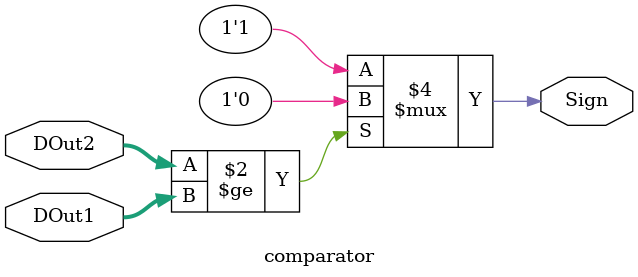
<source format=v>
/* Module for signed comparator */
module comparator(Sign, DOut2, DOut1);

/* Define I/O */
output Sign;
input [7:0]DOut2;
input [7:0]DOut1;

/* Define reg and wires */
reg Sign;

/* Logic for comparator */
always @ (DOut2 or DOut1)
begin
    if($signed(DOut2) >= $signed(DOut1))
    begin
        Sign = 0;
    end

    else
    begin
        Sign = 1;
    end
end

endmodule
</source>
